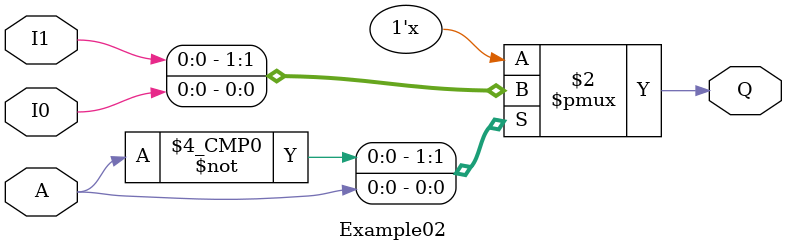
<source format=v>
`timescale 1ns / 1ps


module Example02(Q, A, I0, I1);
input A, I0, I1;
output reg Q;

// logic description 
// bahavorial 
// case statement
always@(*)
begin
    case(A)
    1'b0 : Q = I1;
    1'b1 : Q = I0;
    default : Q = 1'bz;
    endcase
end 


endmodule

</source>
